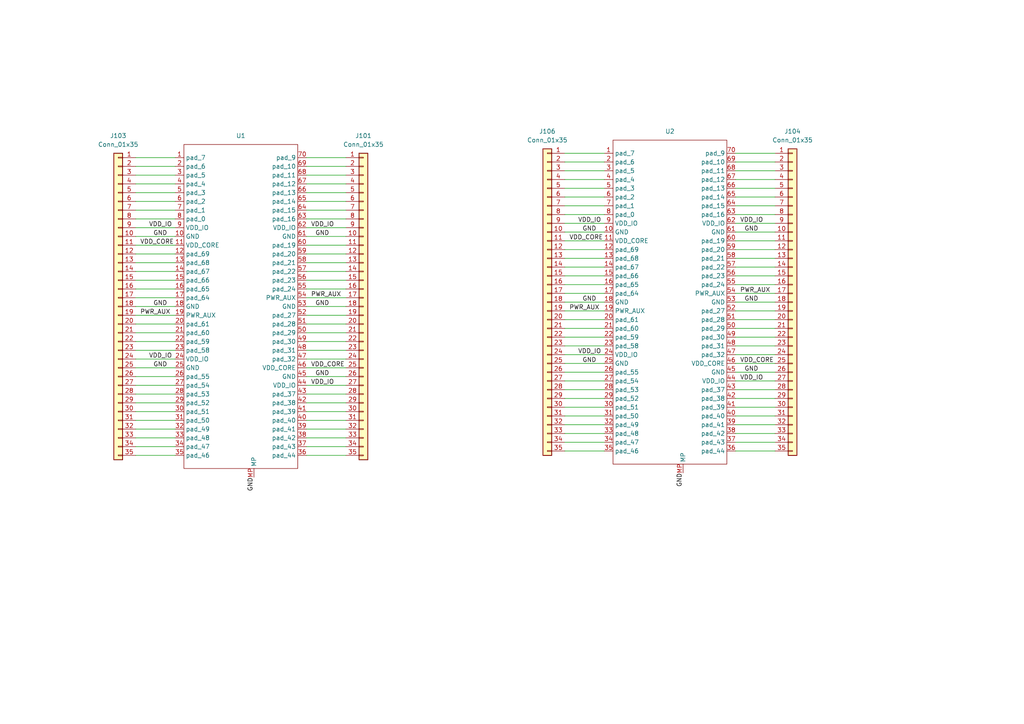
<source format=kicad_sch>
(kicad_sch (version 20250114) (generator "eeschema") (generator_version "9.0")
  (paper "A4")
  (lib_symbols
    (symbol "Connector_Generic:Conn_01x35" (pin_names (offset 1.016) (hide yes))
      (property "Reference" "J" (at 0 45.72 0))
      (property "Value" "Conn_01x35" (at 0 -45.72 0))
      (symbol "Conn_01x35_1_1"
        (rectangle (start -1.27 44.45) (end 1.27 -44.45) (stroke (width 0.254)) (fill (type background)))
        (rectangle (start -1.27 43.307) (end 0 43.053) (stroke (width 0.1524)))
        (rectangle (start -1.27 40.767) (end 0 40.513) (stroke (width 0.1524)))
        (rectangle (start -1.27 38.227) (end 0 37.973) (stroke (width 0.1524)))
        (rectangle (start -1.27 35.687) (end 0 35.433) (stroke (width 0.1524)))
        (rectangle (start -1.27 33.147) (end 0 32.893) (stroke (width 0.1524)))
        (rectangle (start -1.27 30.607) (end 0 30.353) (stroke (width 0.1524)))
        (rectangle (start -1.27 28.067) (end 0 27.813) (stroke (width 0.1524)))
        (rectangle (start -1.27 25.527) (end 0 25.273) (stroke (width 0.1524)))
        (rectangle (start -1.27 22.987) (end 0 22.733) (stroke (width 0.1524)))
        (rectangle (start -1.27 20.447) (end 0 20.193) (stroke (width 0.1524)))
        (rectangle (start -1.27 17.907) (end 0 17.653) (stroke (width 0.1524)))
        (rectangle (start -1.27 15.367) (end 0 15.113) (stroke (width 0.1524)))
        (rectangle (start -1.27 12.827) (end 0 12.573) (stroke (width 0.1524)))
        (rectangle (start -1.27 10.287) (end 0 10.033) (stroke (width 0.1524)))
        (rectangle (start -1.27 7.747) (end 0 7.493) (stroke (width 0.1524)))
        (rectangle (start -1.27 5.207) (end 0 4.953) (stroke (width 0.1524)))
        (rectangle (start -1.27 2.667) (end 0 2.413) (stroke (width 0.1524)))
        (rectangle (start -1.27 0.127) (end 0 -0.127) (stroke (width 0.1524)))
        (rectangle (start -1.27 -2.413) (end 0 -2.667) (stroke (width 0.1524)))
        (rectangle (start -1.27 -4.953) (end 0 -5.207) (stroke (width 0.1524)))
        (rectangle (start -1.27 -7.493) (end 0 -7.747) (stroke (width 0.1524)))
        (rectangle (start -1.27 -10.033) (end 0 -10.287) (stroke (width 0.1524)))
        (rectangle (start -1.27 -12.573) (end 0 -12.827) (stroke (width 0.1524)))
        (rectangle (start -1.27 -15.113) (end 0 -15.367) (stroke (width 0.1524)))
        (rectangle (start -1.27 -17.653) (end 0 -17.907) (stroke (width 0.1524)))
        (rectangle (start -1.27 -20.193) (end 0 -20.447) (stroke (width 0.1524)))
        (rectangle (start -1.27 -22.733) (end 0 -22.987) (stroke (width 0.1524)))
        (rectangle (start -1.27 -25.273) (end 0 -25.527) (stroke (width 0.1524)))
        (rectangle (start -1.27 -27.813) (end 0 -28.067) (stroke (width 0.1524)))
        (rectangle (start -1.27 -30.353) (end 0 -30.607) (stroke (width 0.1524)))
        (rectangle (start -1.27 -32.893) (end 0 -33.147) (stroke (width 0.1524)))
        (rectangle (start -1.27 -35.433) (end 0 -35.687) (stroke (width 0.1524)))
        (rectangle (start -1.27 -37.973) (end 0 -38.227) (stroke (width 0.1524)))
        (rectangle (start -1.27 -40.513) (end 0 -40.767) (stroke (width 0.1524)))
        (rectangle (start -1.27 -43.053) (end 0 -43.307) (stroke (width 0.1524)))
        (pin passive line (at -5.08 43.18 0) (length 3.81) (name "Pin_1") (number "1"))
        (pin passive line (at -5.08 40.64 0) (length 3.81) (name "Pin_2") (number "2"))
        (pin passive line (at -5.08 38.1 0) (length 3.81) (name "Pin_3") (number "3"))
        (pin passive line (at -5.08 35.56 0) (length 3.81) (name "Pin_4") (number "4"))
        (pin passive line (at -5.08 33.02 0) (length 3.81) (name "Pin_5") (number "5"))
        (pin passive line (at -5.08 30.48 0) (length 3.81) (name "Pin_6") (number "6"))
        (pin passive line (at -5.08 27.94 0) (length 3.81) (name "Pin_7") (number "7"))
        (pin passive line (at -5.08 25.4 0) (length 3.81) (name "Pin_8") (number "8"))
        (pin passive line (at -5.08 22.86 0) (length 3.81) (name "Pin_9") (number "9"))
        (pin passive line (at -5.08 20.32 0) (length 3.81) (name "Pin_10") (number "10"))
        (pin passive line (at -5.08 17.78 0) (length 3.81) (name "Pin_11") (number "11"))
        (pin passive line (at -5.08 15.24 0) (length 3.81) (name "Pin_12") (number "12"))
        (pin passive line (at -5.08 12.7 0) (length 3.81) (name "Pin_13") (number "13"))
        (pin passive line (at -5.08 10.16 0) (length 3.81) (name "Pin_14") (number "14"))
        (pin passive line (at -5.08 7.62 0) (length 3.81) (name "Pin_15") (number "15"))
        (pin passive line (at -5.08 5.08 0) (length 3.81) (name "Pin_16") (number "16"))
        (pin passive line (at -5.08 2.54 0) (length 3.81) (name "Pin_17") (number "17"))
        (pin passive line (at -5.08 0 0) (length 3.81) (name "Pin_18") (number "18"))
        (pin passive line (at -5.08 -2.54 0) (length 3.81) (name "Pin_19") (number "19"))
        (pin passive line (at -5.08 -5.08 0) (length 3.81) (name "Pin_20") (number "20"))
        (pin passive line (at -5.08 -7.62 0) (length 3.81) (name "Pin_21") (number "21"))
        (pin passive line (at -5.08 -10.16 0) (length 3.81) (name "Pin_22") (number "22"))
        (pin passive line (at -5.08 -12.7 0) (length 3.81) (name "Pin_23") (number "23"))
        (pin passive line (at -5.08 -15.24 0) (length 3.81) (name "Pin_24") (number "24"))
        (pin passive line (at -5.08 -17.78 0) (length 3.81) (name "Pin_25") (number "25"))
        (pin passive line (at -5.08 -20.32 0) (length 3.81) (name "Pin_26") (number "26"))
        (pin passive line (at -5.08 -22.86 0) (length 3.81) (name "Pin_27") (number "27"))
        (pin passive line (at -5.08 -25.4 0) (length 3.81) (name "Pin_28") (number "28"))
        (pin passive line (at -5.08 -27.94 0) (length 3.81) (name "Pin_29") (number "29"))
        (pin passive line (at -5.08 -30.48 0) (length 3.81) (name "Pin_30") (number "30"))
        (pin passive line (at -5.08 -33.02 0) (length 3.81) (name "Pin_31") (number "31"))
        (pin passive line (at -5.08 -35.56 0) (length 3.81) (name "Pin_32") (number "32"))
        (pin passive line (at -5.08 -38.1 0) (length 3.81) (name "Pin_33") (number "33"))
        (pin passive line (at -5.08 -40.64 0) (length 3.81) (name "Pin_34") (number "34"))
        (pin passive line (at -5.08 -43.18 0) (length 3.81) (name "Pin_35") (number "35"))
      )
    )
    (symbol "WaferSpace:70pin_ws_default_mezzanine"
      (property "Reference" "U101" (at 11.43 48.26 0))
      (symbol "70pin_ws_default_mezzanine_0_1"
        (rectangle (start -16.51 46.99) (end 16.51 -46.99))
      )
      (symbol "70pin_ws_default_mezzanine_1_1"
        (pin unspecified line (at -19.05 43.18 0) (length 2.54) (name "pad_7") (number "1"))
        (pin unspecified line (at -19.05 40.64 0) (length 2.54) (name "pad_6") (number "2"))
        (pin unspecified line (at -19.05 38.1 0) (length 2.54) (name "pad_5") (number "3"))
        (pin unspecified line (at -19.05 35.56 0) (length 2.54) (name "pad_4") (number "4"))
        (pin unspecified line (at -19.05 33.02 0) (length 2.54) (name "pad_3") (number "5"))
        (pin unspecified line (at -19.05 30.48 0) (length 2.54) (name "pad_2") (number "6"))
        (pin unspecified line (at -19.05 27.94 0) (length 2.54) (name "pad_1") (number "7"))
        (pin unspecified line (at -19.05 25.4 0) (length 2.54) (name "pad_0") (number "8"))
        (pin power_in line (at -19.05 22.86 0) (length 2.54) (name "VDD_IO") (number "9"))
        (pin power_in line (at -19.05 20.32 0) (length 2.54) (name "GND") (number "10"))
        (pin power_in line (at -19.05 17.78 0) (length 2.54) (name "VDD_CORE") (number "11"))
        (pin unspecified line (at -19.05 15.24 0) (length 2.54) (name "pad_69") (number "12"))
        (pin unspecified line (at -19.05 12.7 0) (length 2.54) (name "pad_68") (number "13"))
        (pin unspecified line (at -19.05 10.16 0) (length 2.54) (name "pad_67") (number "14"))
        (pin unspecified line (at -19.05 7.62 0) (length 2.54) (name "pad_66") (number "15"))
        (pin unspecified line (at -19.05 5.08 0) (length 2.54) (name "pad_65") (number "16"))
        (pin unspecified line (at -19.05 2.54 0) (length 2.54) (name "pad_64") (number "17"))
        (pin power_in line (at -19.05 0 0) (length 2.54) (name "GND") (number "18"))
        (pin power_in line (at -19.05 -2.54 0) (length 2.54) (name "PWR_AUX") (number "19"))
        (pin unspecified line (at -19.05 -5.08 0) (length 2.54) (name "pad_61") (number "20"))
        (pin unspecified line (at -19.05 -7.62 0) (length 2.54) (name "pad_60") (number "21"))
        (pin unspecified line (at -19.05 -10.16 0) (length 2.54) (name "pad_59") (number "22"))
        (pin unspecified line (at -19.05 -12.7 0) (length 2.54) (name "pad_58") (number "23"))
        (pin power_in line (at -19.05 -15.24 0) (length 2.54) (name "VDD_IO") (number "24"))
        (pin power_in line (at -19.05 -17.78 0) (length 2.54) (name "GND") (number "25"))
        (pin unspecified line (at -19.05 -20.32 0) (length 2.54) (name "pad_55") (number "26"))
        (pin unspecified line (at -19.05 -22.86 0) (length 2.54) (name "pad_54") (number "27"))
        (pin unspecified line (at -19.05 -25.4 0) (length 2.54) (name "pad_53") (number "28"))
        (pin unspecified line (at -19.05 -27.94 0) (length 2.54) (name "pad_52") (number "29"))
        (pin unspecified line (at -19.05 -30.48 0) (length 2.54) (name "pad_51") (number "30"))
        (pin unspecified line (at -19.05 -33.02 0) (length 2.54) (name "pad_50") (number "31"))
        (pin unspecified line (at -19.05 -35.56 0) (length 2.54) (name "pad_49") (number "32"))
        (pin unspecified line (at -19.05 -38.1 0) (length 2.54) (name "pad_48") (number "33"))
        (pin unspecified line (at -19.05 -40.64 0) (length 2.54) (name "pad_47") (number "34"))
        (pin unspecified line (at -19.05 -43.18 0) (length 2.54) (name "pad_46") (number "35"))
        (pin power_in line (at 3.81 -49.53 90) (length 2.54) (name "MP") (number "MP"))
        (pin unspecified line (at 19.05 43.18 180) (length 2.54) (name "pad_9") (number "70"))
        (pin unspecified line (at 19.05 40.64 180) (length 2.54) (name "pad_10") (number "69"))
        (pin unspecified line (at 19.05 38.1 180) (length 2.54) (name "pad_11") (number "68"))
        (pin unspecified line (at 19.05 35.56 180) (length 2.54) (name "pad_12") (number "67"))
        (pin unspecified line (at 19.05 33.02 180) (length 2.54) (name "pad_13") (number "66"))
        (pin unspecified line (at 19.05 30.48 180) (length 2.54) (name "pad_14") (number "65"))
        (pin unspecified line (at 19.05 27.94 180) (length 2.54) (name "pad_15") (number "64"))
        (pin unspecified line (at 19.05 25.4 180) (length 2.54) (name "pad_16") (number "63"))
        (pin power_in line (at 19.05 22.86 180) (length 2.54) (name "VDD_IO") (number "62"))
        (pin power_in line (at 19.05 20.32 180) (length 2.54) (name "GND") (number "61"))
        (pin unspecified line (at 19.05 17.78 180) (length 2.54) (name "pad_19") (number "60"))
        (pin unspecified line (at 19.05 15.24 180) (length 2.54) (name "pad_20") (number "59"))
        (pin unspecified line (at 19.05 12.7 180) (length 2.54) (name "pad_21") (number "58"))
        (pin unspecified line (at 19.05 10.16 180) (length 2.54) (name "pad_22") (number "57"))
        (pin unspecified line (at 19.05 7.62 180) (length 2.54) (name "pad_23") (number "56"))
        (pin unspecified line (at 19.05 5.08 180) (length 2.54) (name "pad_24") (number "55"))
        (pin power_in line (at 19.05 2.54 180) (length 2.54) (name "PWR_AUX") (number "54"))
        (pin power_in line (at 19.05 0 180) (length 2.54) (name "GND") (number "53"))
        (pin unspecified line (at 19.05 -2.54 180) (length 2.54) (name "pad_27") (number "52"))
        (pin unspecified line (at 19.05 -5.08 180) (length 2.54) (name "pad_28") (number "51"))
        (pin unspecified line (at 19.05 -7.62 180) (length 2.54) (name "pad_29") (number "50"))
        (pin unspecified line (at 19.05 -10.16 180) (length 2.54) (name "pad_30") (number "49"))
        (pin unspecified line (at 19.05 -12.7 180) (length 2.54) (name "pad_31") (number "48"))
        (pin unspecified line (at 19.05 -15.24 180) (length 2.54) (name "pad_32") (number "47"))
        (pin power_in line (at 19.05 -17.78 180) (length 2.54) (name "VDD_CORE") (number "46"))
        (pin power_in line (at 19.05 -20.32 180) (length 2.54) (name "GND") (number "45"))
        (pin power_in line (at 19.05 -22.86 180) (length 2.54) (name "VDD_IO") (number "44"))
        (pin unspecified line (at 19.05 -25.4 180) (length 2.54) (name "pad_37") (number "43"))
        (pin unspecified line (at 19.05 -27.94 180) (length 2.54) (name "pad_38") (number "42"))
        (pin unspecified line (at 19.05 -30.48 180) (length 2.54) (name "pad_39") (number "41"))
        (pin unspecified line (at 19.05 -33.02 180) (length 2.54) (name "pad_40") (number "40"))
        (pin unspecified line (at 19.05 -35.56 180) (length 2.54) (name "pad_41") (number "39"))
        (pin unspecified line (at 19.05 -38.1 180) (length 2.54) (name "pad_42") (number "38"))
        (pin unspecified line (at 19.05 -40.64 180) (length 2.54) (name "pad_43") (number "37"))
        (pin unspecified line (at 19.05 -43.18 180) (length 2.54) (name "pad_44") (number "36"))
      )
    )
  )
  (wire (pts (xy 213.36 80.01) (xy 224.79 80.01)))
  (wire (pts (xy 88.9 45.72) (xy 100.33 45.72)))
  (wire (pts (xy 163.83 125.73) (xy 175.26 125.73)))
  (wire (pts (xy 88.9 101.6) (xy 100.33 101.6)))
  (wire (pts (xy 213.36 102.87) (xy 224.79 102.87)))
  (wire (pts (xy 39.37 96.52) (xy 50.8 96.52)))
  (wire (pts (xy 39.37 91.44) (xy 50.8 91.44)))
  (wire (pts (xy 88.9 48.26) (xy 100.33 48.26)))
  (wire (pts (xy 39.37 53.34) (xy 50.8 53.34)))
  (wire (pts (xy 163.83 95.25) (xy 175.26 95.25)))
  (wire (pts (xy 163.83 57.15) (xy 175.26 57.15)))
  (wire (pts (xy 88.9 93.98) (xy 100.33 93.98)))
  (wire (pts (xy 213.36 77.47) (xy 224.79 77.47)))
  (wire (pts (xy 39.37 127) (xy 50.8 127)))
  (wire (pts (xy 163.83 59.69) (xy 175.26 59.69)))
  (wire (pts (xy 213.36 110.49) (xy 224.79 110.49)))
  (wire (pts (xy 213.36 113.03) (xy 224.79 113.03)))
  (wire (pts (xy 213.36 118.11) (xy 224.79 118.11)))
  (wire (pts (xy 88.9 132.08) (xy 100.33 132.08)))
  (wire (pts (xy 213.36 64.77) (xy 224.79 64.77)))
  (wire (pts (xy 163.83 102.87) (xy 175.26 102.87)))
  (wire (pts (xy 213.36 85.09) (xy 224.79 85.09)))
  (wire (pts (xy 213.36 67.31) (xy 224.79 67.31)))
  (wire (pts (xy 213.36 125.73) (xy 224.79 125.73)))
  (wire (pts (xy 39.37 88.9) (xy 50.8 88.9)))
  (wire (pts (xy 39.37 60.96) (xy 50.8 60.96)))
  (wire (pts (xy 88.9 81.28) (xy 100.33 81.28)))
  (wire (pts (xy 163.83 118.11) (xy 175.26 118.11)))
  (wire (pts (xy 213.36 62.23) (xy 224.79 62.23)))
  (wire (pts (xy 163.83 113.03) (xy 175.26 113.03)))
  (wire (pts (xy 163.83 130.81) (xy 175.26 130.81)))
  (wire (pts (xy 88.9 76.2) (xy 100.33 76.2)))
  (wire (pts (xy 163.83 128.27) (xy 175.26 128.27)))
  (wire (pts (xy 163.83 49.53) (xy 175.26 49.53)))
  (wire (pts (xy 39.37 119.38) (xy 50.8 119.38)))
  (wire (pts (xy 213.36 120.65) (xy 224.79 120.65)))
  (wire (pts (xy 88.9 53.34) (xy 100.33 53.34)))
  (wire (pts (xy 163.83 92.71) (xy 175.26 92.71)))
  (wire (pts (xy 213.36 95.25) (xy 224.79 95.25)))
  (wire (pts (xy 88.9 127) (xy 100.33 127)))
  (wire (pts (xy 163.83 120.65) (xy 175.26 120.65)))
  (wire (pts (xy 88.9 111.76) (xy 100.33 111.76)))
  (wire (pts (xy 213.36 59.69) (xy 224.79 59.69)))
  (wire (pts (xy 39.37 129.54) (xy 50.8 129.54)))
  (wire (pts (xy 88.9 50.8) (xy 100.33 50.8)))
  (wire (pts (xy 88.9 63.5) (xy 100.33 63.5)))
  (wire (pts (xy 163.83 110.49) (xy 175.26 110.49)))
  (wire (pts (xy 163.83 67.31) (xy 175.26 67.31)))
  (wire (pts (xy 213.36 69.85) (xy 224.79 69.85)))
  (wire (pts (xy 88.9 96.52) (xy 100.33 96.52)))
  (wire (pts (xy 88.9 71.12) (xy 100.33 71.12)))
  (wire (pts (xy 88.9 106.68) (xy 100.33 106.68)))
  (wire (pts (xy 88.9 109.22) (xy 100.33 109.22)))
  (wire (pts (xy 88.9 99.06) (xy 100.33 99.06)))
  (wire (pts (xy 88.9 55.88) (xy 100.33 55.88)))
  (wire (pts (xy 39.37 73.66) (xy 50.8 73.66)))
  (wire (pts (xy 88.9 78.74) (xy 100.33 78.74)))
  (wire (pts (xy 39.37 111.76) (xy 50.8 111.76)))
  (wire (pts (xy 88.9 66.04) (xy 100.33 66.04)))
  (wire (pts (xy 39.37 86.36) (xy 50.8 86.36)))
  (wire (pts (xy 88.9 68.58) (xy 100.33 68.58)))
  (wire (pts (xy 163.83 87.63) (xy 175.26 87.63)))
  (wire (pts (xy 88.9 91.44) (xy 100.33 91.44)))
  (wire (pts (xy 213.36 52.07) (xy 224.79 52.07)))
  (wire (pts (xy 163.83 123.19) (xy 175.26 123.19)))
  (wire (pts (xy 39.37 63.5) (xy 50.8 63.5)))
  (wire (pts (xy 213.36 105.41) (xy 224.79 105.41)))
  (wire (pts (xy 163.83 46.99) (xy 175.26 46.99)))
  (wire (pts (xy 88.9 73.66) (xy 100.33 73.66)))
  (wire (pts (xy 163.83 72.39) (xy 175.26 72.39)))
  (wire (pts (xy 213.36 115.57) (xy 224.79 115.57)))
  (wire (pts (xy 163.83 64.77) (xy 175.26 64.77)))
  (wire (pts (xy 88.9 129.54) (xy 100.33 129.54)))
  (wire (pts (xy 39.37 83.82) (xy 50.8 83.82)))
  (wire (pts (xy 163.83 62.23) (xy 175.26 62.23)))
  (wire (pts (xy 163.83 82.55) (xy 175.26 82.55)))
  (wire (pts (xy 39.37 71.12) (xy 50.8 71.12)))
  (wire (pts (xy 39.37 106.68) (xy 50.8 106.68)))
  (wire (pts (xy 39.37 93.98) (xy 50.8 93.98)))
  (wire (pts (xy 213.36 72.39) (xy 224.79 72.39)))
  (wire (pts (xy 39.37 121.92) (xy 50.8 121.92)))
  (wire (pts (xy 39.37 68.58) (xy 50.8 68.58)))
  (wire (pts (xy 88.9 83.82) (xy 100.33 83.82)))
  (wire (pts (xy 163.83 77.47) (xy 175.26 77.47)))
  (wire (pts (xy 163.83 100.33) (xy 175.26 100.33)))
  (wire (pts (xy 39.37 45.72) (xy 50.8 45.72)))
  (wire (pts (xy 39.37 78.74) (xy 50.8 78.74)))
  (wire (pts (xy 39.37 114.3) (xy 50.8 114.3)))
  (wire (pts (xy 39.37 66.04) (xy 50.8 66.04)))
  (wire (pts (xy 213.36 128.27) (xy 224.79 128.27)))
  (wire (pts (xy 88.9 60.96) (xy 100.33 60.96)))
  (wire (pts (xy 213.36 82.55) (xy 224.79 82.55)))
  (wire (pts (xy 163.83 105.41) (xy 175.26 105.41)))
  (wire (pts (xy 39.37 132.08) (xy 50.8 132.08)))
  (wire (pts (xy 213.36 123.19) (xy 224.79 123.19)))
  (wire (pts (xy 88.9 86.36) (xy 100.33 86.36)))
  (wire (pts (xy 213.36 46.99) (xy 224.79 46.99)))
  (wire (pts (xy 213.36 87.63) (xy 224.79 87.63)))
  (wire (pts (xy 163.83 80.01) (xy 175.26 80.01)))
  (wire (pts (xy 88.9 116.84) (xy 100.33 116.84)))
  (wire (pts (xy 163.83 97.79) (xy 175.26 97.79)))
  (wire (pts (xy 39.37 81.28) (xy 50.8 81.28)))
  (wire (pts (xy 213.36 44.45) (xy 224.79 44.45)))
  (wire (pts (xy 213.36 130.81) (xy 224.79 130.81)))
  (wire (pts (xy 39.37 116.84) (xy 50.8 116.84)))
  (wire (pts (xy 213.36 107.95) (xy 224.79 107.95)))
  (wire (pts (xy 88.9 88.9) (xy 100.33 88.9)))
  (wire (pts (xy 39.37 99.06) (xy 50.8 99.06)))
  (wire (pts (xy 88.9 121.92) (xy 100.33 121.92)))
  (wire (pts (xy 39.37 50.8) (xy 50.8 50.8)))
  (wire (pts (xy 163.83 107.95) (xy 175.26 107.95)))
  (wire (pts (xy 88.9 124.46) (xy 100.33 124.46)))
  (wire (pts (xy 213.36 92.71) (xy 224.79 92.71)))
  (wire (pts (xy 163.83 90.17) (xy 175.26 90.17)))
  (wire (pts (xy 88.9 119.38) (xy 100.33 119.38)))
  (wire (pts (xy 213.36 74.93) (xy 224.79 74.93)))
  (wire (pts (xy 88.9 58.42) (xy 100.33 58.42)))
  (wire (pts (xy 213.36 57.15) (xy 224.79 57.15)))
  (wire (pts (xy 163.83 54.61) (xy 175.26 54.61)))
  (wire (pts (xy 163.83 69.85) (xy 175.26 69.85)))
  (wire (pts (xy 39.37 58.42) (xy 50.8 58.42)))
  (wire (pts (xy 163.83 52.07) (xy 175.26 52.07)))
  (wire (pts (xy 39.37 76.2) (xy 50.8 76.2)))
  (wire (pts (xy 39.37 109.22) (xy 50.8 109.22)))
  (wire (pts (xy 39.37 55.88) (xy 50.8 55.88)))
  (wire (pts (xy 213.36 90.17) (xy 224.79 90.17)))
  (wire (pts (xy 163.83 74.93) (xy 175.26 74.93)))
  (wire (pts (xy 213.36 54.61) (xy 224.79 54.61)))
  (wire (pts (xy 88.9 114.3) (xy 100.33 114.3)))
  (wire (pts (xy 163.83 44.45) (xy 175.26 44.45)))
  (wire (pts (xy 88.9 104.14) (xy 100.33 104.14)))
  (wire (pts (xy 39.37 124.46) (xy 50.8 124.46)))
  (wire (pts (xy 39.37 101.6) (xy 50.8 101.6)))
  (wire (pts (xy 39.37 104.14) (xy 50.8 104.14)))
  (wire (pts (xy 39.37 48.26) (xy 50.8 48.26)))
  (wire (pts (xy 163.83 85.09) (xy 175.26 85.09)))
  (wire (pts (xy 213.36 49.53) (xy 224.79 49.53)))
  (wire (pts (xy 213.36 97.79) (xy 224.79 97.79)))
  (wire (pts (xy 163.83 115.57) (xy 175.26 115.57)))
  (wire (pts (xy 213.36 100.33) (xy 224.79 100.33)))
  (label "VDD_IO" (at 167.64 102.87 0))
  (label "GND" (at 168.91 67.31 0))
  (label "GND" (at 215.9 87.63 0))
  (label "GND" (at 198.12 137.16 270))
  (label "PWR_AUX" (at 165.1 90.17 0))
  (label "GND" (at 91.44 88.9 0))
  (label "GND" (at 168.91 87.63 0))
  (label "GND" (at 91.44 68.58 0))
  (label "VDD_IO" (at 167.64 64.77 0))
  (label "GND" (at 168.91 105.41 0))
  (label "VDD_IO" (at 214.63 110.49 0))
  (label "GND" (at 73.66 138.43 270))
  (label "GND" (at 91.44 109.22 0))
  (label "VDD_IO" (at 43.18 104.14 0))
  (label "GND" (at 44.45 88.9 0))
  (label "VDD_IO" (at 90.17 66.04 0))
  (label "PWR_AUX" (at 40.64 91.44 0))
  (label "GND" (at 44.45 68.58 0))
  (label "VDD_IO" (at 90.17 111.76 0))
  (label "VDD_CORE" (at 165.1 69.85 0))
  (label "VDD_CORE" (at 40.64 71.12 0))
  (label "GND" (at 215.9 67.31 0))
  (label "PWR_AUX" (at 90.17 86.36 0))
  (label "VDD_IO" (at 43.18 66.04 0))
  (label "VDD_CORE" (at 214.63 105.41 0))
  (label "GND" (at 215.9 107.95 0))
  (label "VDD_CORE" (at 90.17 106.68 0))
  (label "VDD_IO" (at 214.63 64.77 0))
  (label "GND" (at 44.45 106.68 0))
  (label "PWR_AUX" (at 214.63 85.09 0))
  (symbol (lib_id "WaferSpace:70pin_ws_default_mezzanine") (at 194.31 87.63 0) (unit 1)
    (property "Reference" "U2" (at 194.31 38.1 0))
    (property "Footprint" "WaferSpace:P0.40_HC-PBB40C-70DS-0.4V-3.0-02_wscob" (effects (hide yes)))
  )
  (symbol (lib_id "Connector_Generic:Conn_01x35") (at 34.29 88.9 0) (mirror y) (unit 1)
    (property "Reference" "J103" (at 34.29 39.37 0))
    (property "Value" "Conn_01x35" (at 34.29 41.91 0))
    (property "Footprint" "Connector_PinHeader_2.54mm:PinHeader_1x35_P2.54mm_Vertical" (effects (hide yes)))
    (property "Description" "Generic connector, single row, 01x35, script generated (kicad-library-utils/schlib/autogen/connector/)" (effects (hide yes)))
  )
  (symbol (lib_id "Connector_Generic:Conn_01x35") (at 105.41 88.9 0) (unit 1)
    (property "Reference" "J101" (at 105.41 39.37 0))
    (property "Value" "Conn_01x35" (at 105.41 41.91 0))
    (property "Footprint" "Connector_PinHeader_2.54mm:PinHeader_1x35_P2.54mm_Vertical" (effects (hide yes)))
    (property "Description" "Generic connector, single row, 01x35, script generated (kicad-library-utils/schlib/autogen/connector/)" (effects (hide yes)))
  )
  (symbol (lib_id "Connector_Generic:Conn_01x35") (at 158.75 87.63 0) (mirror y) (unit 1)
    (property "Reference" "J106" (at 158.75 38.1 0))
    (property "Value" "Conn_01x35" (at 158.75 40.64 0))
    (property "Footprint" "Castellations:castellated_1mmx35" (effects (hide yes)))
    (property "Description" "Generic connector, single row, 01x35, script generated (kicad-library-utils/schlib/autogen/connector/)" (effects (hide yes)))
  )
  (symbol (lib_id "Connector_Generic:Conn_01x35") (at 229.87 87.63 0) (unit 1)
    (property "Reference" "J104" (at 229.87 38.1 0))
    (property "Value" "Conn_01x35" (at 229.87 40.64 0))
    (property "Footprint" "Castellations:castellated_1mmx35" (effects (hide yes)))
    (property "Description" "Generic connector, single row, 01x35, script generated (kicad-library-utils/schlib/autogen/connector/)" (effects (hide yes)))
  )
  (symbol (lib_id "WaferSpace:70pin_ws_default_mezzanine") (at 69.85 88.9 0) (unit 1)
    (property "Reference" "U1" (at 69.85 39.37 0))
    (property "Footprint" "WaferSpace:P0.40_HC-PBB40C-70DS-0.4V-3.0-02_wscob" (effects (hide yes)))
  )
)
</source>
